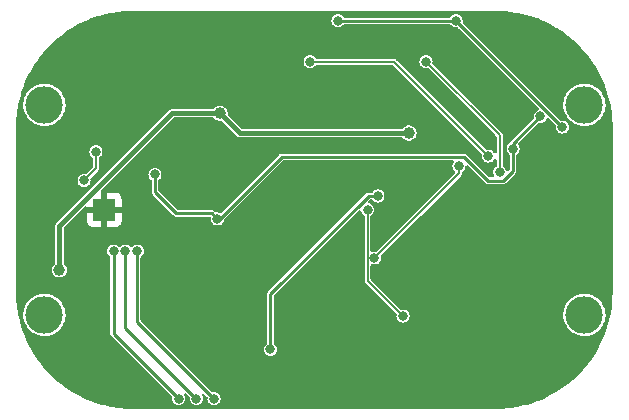
<source format=gbr>
%TF.GenerationSoftware,KiCad,Pcbnew,6.0.9*%
%TF.CreationDate,2022-11-20T22:09:46-05:00*%
%TF.ProjectId,biym-board,6269796d-2d62-46f6-9172-642e6b696361,1.2*%
%TF.SameCoordinates,Original*%
%TF.FileFunction,Copper,L2,Bot*%
%TF.FilePolarity,Positive*%
%FSLAX46Y46*%
G04 Gerber Fmt 4.6, Leading zero omitted, Abs format (unit mm)*
G04 Created by KiCad (PCBNEW 6.0.9) date 2022-11-20 22:09:46*
%MOMM*%
%LPD*%
G01*
G04 APERTURE LIST*
G04 Aperture macros list*
%AMRoundRect*
0 Rectangle with rounded corners*
0 $1 Rounding radius*
0 $2 $3 $4 $5 $6 $7 $8 $9 X,Y pos of 4 corners*
0 Add a 4 corners polygon primitive as box body*
4,1,4,$2,$3,$4,$5,$6,$7,$8,$9,$2,$3,0*
0 Add four circle primitives for the rounded corners*
1,1,$1+$1,$2,$3*
1,1,$1+$1,$4,$5*
1,1,$1+$1,$6,$7*
1,1,$1+$1,$8,$9*
0 Add four rect primitives between the rounded corners*
20,1,$1+$1,$2,$3,$4,$5,0*
20,1,$1+$1,$4,$5,$6,$7,0*
20,1,$1+$1,$6,$7,$8,$9,0*
20,1,$1+$1,$8,$9,$2,$3,0*%
G04 Aperture macros list end*
%TA.AperFunction,ComponentPad*%
%ADD10C,3.175000*%
%TD*%
%TA.AperFunction,ComponentPad*%
%ADD11C,0.500000*%
%TD*%
%TA.AperFunction,SMDPad,CuDef*%
%ADD12RoundRect,0.050000X-0.900000X-0.900000X0.900000X-0.900000X0.900000X0.900000X-0.900000X0.900000X0*%
%TD*%
%TA.AperFunction,ViaPad*%
%ADD13C,0.800000*%
%TD*%
%TA.AperFunction,ViaPad*%
%ADD14C,1.000000*%
%TD*%
%TA.AperFunction,Conductor*%
%ADD15C,0.250000*%
%TD*%
%TA.AperFunction,Conductor*%
%ADD16C,0.200000*%
%TD*%
%TA.AperFunction,Conductor*%
%ADD17C,0.400000*%
%TD*%
G04 APERTURE END LIST*
D10*
%TO.P,FW1,*%
%TO.N,*%
X162860000Y-91110000D03*
X117140000Y-91110000D03*
X162860000Y-108890000D03*
X117140000Y-108890000D03*
%TD*%
D11*
%TO.P,U1,25,PAD*%
%TO.N,/GND*%
X121520000Y-100000000D03*
X122220000Y-100000000D03*
X122920000Y-100000000D03*
X122220000Y-100700000D03*
D12*
X122220000Y-100000000D03*
D11*
X122220000Y-99300000D03*
%TD*%
D13*
%TO.N,/VDIGITAL*%
X131778600Y-100770000D03*
X126500000Y-97000000D03*
X156828700Y-94828600D03*
X159134700Y-92085000D03*
%TO.N,/MOSI*%
X144500000Y-100000000D03*
X147500000Y-109000000D03*
%TO.N,/VSERVO*%
X142000000Y-84000000D03*
X161000000Y-93000000D03*
X152000000Y-84000000D03*
%TO.N,/VLED*%
X145376300Y-98831600D03*
X136278300Y-111818500D03*
%TO.N,/~{DRIVER_SLEEP}*%
X120500000Y-97500000D03*
X121500000Y-95074500D03*
%TO.N,/ENABLE_LED_POWER*%
X152243600Y-96287500D03*
X145081800Y-104075800D03*
D14*
%TO.N,/VBATTERY*%
X118410000Y-105080000D03*
X148000000Y-93500000D03*
X132000000Y-91825500D03*
D13*
%TO.N,/driver/MOTOR_A*%
X128500000Y-116000000D03*
X123000000Y-103500000D03*
%TO.N,/driver/MOTOR_B*%
X124000000Y-103500000D03*
X130000000Y-116000000D03*
%TO.N,/driver/MOTOR_C*%
X125000000Y-103500000D03*
X131500000Y-116000000D03*
%TO.N,/servo/TRANSLATED_SIGNAL_0*%
X149446400Y-87453600D03*
X155693500Y-96800000D03*
%TO.N,/servo/TRANSLATED_SIGNAL_1*%
X139635500Y-87450200D03*
X154736600Y-95458600D03*
%TD*%
D15*
%TO.N,/VDIGITAL*%
X131301400Y-100292800D02*
X131778600Y-100770000D01*
X152662000Y-95510300D02*
X154682400Y-97530700D01*
X137229300Y-95510300D02*
X152662000Y-95510300D01*
X154682400Y-97530700D02*
X156007900Y-97530700D01*
X156007900Y-97530700D02*
X156828700Y-96709900D01*
X156828700Y-96709900D02*
X156828700Y-94828600D01*
X156828700Y-94391000D02*
X156828700Y-94828600D01*
X131969600Y-100770000D02*
X137229300Y-95510300D01*
X126500000Y-97000000D02*
X126500000Y-98508400D01*
X131778600Y-100770000D02*
X131969600Y-100770000D01*
X159134700Y-92085000D02*
X156828700Y-94391000D01*
X128284400Y-100292800D02*
X131301400Y-100292800D01*
X126500000Y-98508400D02*
X128284400Y-100292800D01*
%TO.N,/GND*%
X122220000Y-99300000D02*
X122220000Y-100000000D01*
X122220000Y-100700000D02*
X122220000Y-100000000D01*
D16*
%TO.N,/MOSI*%
X147500000Y-109000000D02*
X144500000Y-106000000D01*
X144500000Y-106000000D02*
X144500000Y-100000000D01*
D15*
%TO.N,/VSERVO*%
X161000000Y-93000000D02*
X152000000Y-84000000D01*
X152000000Y-84000000D02*
X142000000Y-84000000D01*
%TO.N,/VLED*%
X136278300Y-111818500D02*
X136278300Y-107135900D01*
X144582600Y-98831600D02*
X145376300Y-98831600D01*
X136278300Y-107135900D02*
X144582600Y-98831600D01*
D16*
%TO.N,/~{DRIVER_SLEEP}*%
X121500000Y-96500000D02*
X121500000Y-95074500D01*
X120500000Y-97500000D02*
X121500000Y-96500000D01*
%TO.N,/ENABLE_LED_POWER*%
X145081800Y-104075800D02*
X152243600Y-96914000D01*
X152243600Y-96914000D02*
X152243600Y-96287500D01*
D17*
%TO.N,/VBATTERY*%
X127956200Y-91825500D02*
X132000000Y-91825500D01*
X118410000Y-105080000D02*
X118410000Y-101371700D01*
X133674000Y-93500000D02*
X132000000Y-91825500D01*
X118410000Y-101371700D02*
X127956200Y-91825500D01*
X148000000Y-93500000D02*
X133674000Y-93500000D01*
D15*
%TO.N,/driver/MOTOR_A*%
X123000000Y-103500000D02*
X123000000Y-110500000D01*
X123000000Y-110500000D02*
X128500000Y-116000000D01*
%TO.N,/driver/MOTOR_B*%
X124000000Y-103500000D02*
X124000000Y-110000000D01*
X124000000Y-110000000D02*
X130000000Y-116000000D01*
%TO.N,/driver/MOTOR_C*%
X125000000Y-103500000D02*
X125000000Y-109500000D01*
X125000000Y-109500000D02*
X131500000Y-116000000D01*
D16*
%TO.N,/servo/TRANSLATED_SIGNAL_0*%
X149446400Y-87453600D02*
X155693500Y-93700700D01*
X155693500Y-93700700D02*
X155693500Y-96800000D01*
%TO.N,/servo/TRANSLATED_SIGNAL_1*%
X154736600Y-95458600D02*
X146728200Y-87450200D01*
X146728200Y-87450200D02*
X139635500Y-87450200D01*
%TD*%
%TA.AperFunction,Conductor*%
%TO.N,/GND*%
G36*
X155371315Y-83151516D02*
G01*
X155383978Y-83151516D01*
X155400000Y-83155809D01*
X155416022Y-83151516D01*
X155431705Y-83151516D01*
X155435511Y-83151573D01*
X155990908Y-83168355D01*
X155998490Y-83168815D01*
X156290962Y-83195392D01*
X156583427Y-83221969D01*
X156590983Y-83222886D01*
X157171660Y-83311264D01*
X157179146Y-83312636D01*
X157753426Y-83435912D01*
X157760816Y-83437734D01*
X157865193Y-83466831D01*
X158326597Y-83595457D01*
X158333832Y-83597711D01*
X158889099Y-83789322D01*
X158896189Y-83792011D01*
X159191350Y-83914270D01*
X159438845Y-84016786D01*
X159445786Y-84019910D01*
X159973869Y-84277035D01*
X159980608Y-84280572D01*
X160492204Y-84569113D01*
X160498717Y-84573050D01*
X160509340Y-84579918D01*
X160991964Y-84891957D01*
X160998220Y-84896276D01*
X161471302Y-85244376D01*
X161477294Y-85249070D01*
X161928501Y-85625105D01*
X161934198Y-85630152D01*
X162135066Y-85819237D01*
X162361886Y-86032752D01*
X162367248Y-86038114D01*
X162578885Y-86262938D01*
X162769848Y-86465802D01*
X162774895Y-86471499D01*
X162996278Y-86737138D01*
X163146400Y-86917270D01*
X163150930Y-86922706D01*
X163155619Y-86928691D01*
X163421857Y-87290519D01*
X163503724Y-87401780D01*
X163508043Y-87408036D01*
X163612504Y-87569604D01*
X163826950Y-87901283D01*
X163830887Y-87907796D01*
X164119428Y-88419392D01*
X164122965Y-88426131D01*
X164380090Y-88954214D01*
X164383214Y-88961155D01*
X164585539Y-89449610D01*
X164607984Y-89503798D01*
X164610678Y-89510901D01*
X164802289Y-90066168D01*
X164804543Y-90073403D01*
X164879543Y-90342442D01*
X164962266Y-90639184D01*
X164964088Y-90646574D01*
X165087364Y-91220854D01*
X165088736Y-91228340D01*
X165177114Y-91809017D01*
X165178031Y-91816573D01*
X165191926Y-91969483D01*
X165228248Y-92369178D01*
X165231185Y-92401503D01*
X165231645Y-92409092D01*
X165240913Y-92715822D01*
X165248427Y-92964489D01*
X165248484Y-92968295D01*
X165248484Y-92983978D01*
X165244191Y-93000000D01*
X165248484Y-93016022D01*
X165248484Y-93028685D01*
X165249500Y-93036402D01*
X165249500Y-106963598D01*
X165248484Y-106971315D01*
X165248484Y-106983978D01*
X165244191Y-107000000D01*
X165248484Y-107016022D01*
X165248484Y-107031705D01*
X165248427Y-107035511D01*
X165234399Y-107499771D01*
X165231645Y-107590900D01*
X165231185Y-107598490D01*
X165226681Y-107648061D01*
X165178031Y-108183427D01*
X165177114Y-108190983D01*
X165088736Y-108771660D01*
X165087364Y-108779146D01*
X164964088Y-109353426D01*
X164962266Y-109360816D01*
X164958714Y-109373557D01*
X164804543Y-109926597D01*
X164802289Y-109933832D01*
X164610683Y-110489086D01*
X164607989Y-110496189D01*
X164520626Y-110707102D01*
X164383214Y-111038845D01*
X164380090Y-111045786D01*
X164122965Y-111573869D01*
X164119428Y-111580608D01*
X163830887Y-112092204D01*
X163826950Y-112098717D01*
X163508048Y-112591956D01*
X163503724Y-112598220D01*
X163155624Y-113071302D01*
X163150930Y-113077294D01*
X162774895Y-113528501D01*
X162769848Y-113534198D01*
X162581673Y-113734099D01*
X162367248Y-113961886D01*
X162361886Y-113967248D01*
X162137062Y-114178885D01*
X161934198Y-114369848D01*
X161928501Y-114374895D01*
X161477294Y-114750930D01*
X161471302Y-114755624D01*
X160998220Y-115103724D01*
X160991964Y-115108043D01*
X160745336Y-115267499D01*
X160498717Y-115426950D01*
X160492204Y-115430887D01*
X159980608Y-115719428D01*
X159973869Y-115722965D01*
X159445786Y-115980090D01*
X159438845Y-115983214D01*
X159191350Y-116085730D01*
X158896189Y-116207989D01*
X158889099Y-116210678D01*
X158333832Y-116402289D01*
X158326597Y-116404543D01*
X157939377Y-116512489D01*
X157760816Y-116562266D01*
X157753426Y-116564088D01*
X157179146Y-116687364D01*
X157171660Y-116688736D01*
X156590983Y-116777114D01*
X156583427Y-116778031D01*
X156290962Y-116804608D01*
X155998490Y-116831185D01*
X155990908Y-116831645D01*
X155450082Y-116847987D01*
X155435511Y-116848427D01*
X155431705Y-116848484D01*
X155416022Y-116848484D01*
X155400000Y-116844191D01*
X155383978Y-116848484D01*
X155371315Y-116848484D01*
X155363598Y-116849500D01*
X124636402Y-116849500D01*
X124628685Y-116848484D01*
X124616022Y-116848484D01*
X124600000Y-116844191D01*
X124583978Y-116848484D01*
X124568295Y-116848484D01*
X124564489Y-116848427D01*
X124549918Y-116847987D01*
X124009092Y-116831645D01*
X124001510Y-116831185D01*
X123709038Y-116804608D01*
X123416573Y-116778031D01*
X123409017Y-116777114D01*
X122828340Y-116688736D01*
X122820854Y-116687364D01*
X122246574Y-116564088D01*
X122239184Y-116562266D01*
X122060623Y-116512489D01*
X121673403Y-116404543D01*
X121666168Y-116402289D01*
X121110901Y-116210678D01*
X121103811Y-116207989D01*
X120808650Y-116085730D01*
X120561155Y-115983214D01*
X120554214Y-115980090D01*
X120026131Y-115722965D01*
X120019392Y-115719428D01*
X119507796Y-115430887D01*
X119501283Y-115426950D01*
X119254664Y-115267499D01*
X119008036Y-115108043D01*
X119001780Y-115103724D01*
X118528698Y-114755624D01*
X118522706Y-114750930D01*
X118071499Y-114374895D01*
X118065802Y-114369848D01*
X117862938Y-114178885D01*
X117638114Y-113967248D01*
X117632752Y-113961886D01*
X117418327Y-113734099D01*
X117230152Y-113534198D01*
X117225105Y-113528501D01*
X116849070Y-113077294D01*
X116844376Y-113071302D01*
X116496276Y-112598220D01*
X116491952Y-112591956D01*
X116173050Y-112098717D01*
X116169113Y-112092204D01*
X115880572Y-111580608D01*
X115877035Y-111573869D01*
X115619910Y-111045786D01*
X115616786Y-111038845D01*
X115479374Y-110707102D01*
X115392011Y-110496189D01*
X115389317Y-110489086D01*
X115197711Y-109933832D01*
X115195457Y-109926597D01*
X115041286Y-109373557D01*
X115037734Y-109360816D01*
X115035912Y-109353426D01*
X114926357Y-108843064D01*
X115347600Y-108843064D01*
X115347824Y-108847730D01*
X115347824Y-108847736D01*
X115350006Y-108893160D01*
X115360351Y-109108513D01*
X115412197Y-109369162D01*
X115502000Y-109619284D01*
X115627787Y-109853386D01*
X115630582Y-109857129D01*
X115630584Y-109857132D01*
X115784003Y-110062585D01*
X115784008Y-110062591D01*
X115786795Y-110066323D01*
X115790104Y-110069603D01*
X115790109Y-110069609D01*
X115927210Y-110205518D01*
X115975531Y-110253419D01*
X115979293Y-110256177D01*
X115979296Y-110256180D01*
X116085012Y-110333694D01*
X116189847Y-110410562D01*
X116193982Y-110412738D01*
X116193986Y-110412740D01*
X116284681Y-110460457D01*
X116425037Y-110534302D01*
X116675934Y-110621919D01*
X116680527Y-110622791D01*
X116932436Y-110670617D01*
X116932439Y-110670617D01*
X116937025Y-110671488D01*
X117069800Y-110676705D01*
X117197907Y-110681739D01*
X117197913Y-110681739D01*
X117202575Y-110681922D01*
X117297847Y-110671488D01*
X117462098Y-110653500D01*
X117462103Y-110653499D01*
X117466751Y-110652990D01*
X117471275Y-110651799D01*
X117719225Y-110586519D01*
X117719227Y-110586518D01*
X117723748Y-110585328D01*
X117728045Y-110583482D01*
X117963628Y-110482268D01*
X117963630Y-110482267D01*
X117967922Y-110480423D01*
X118120695Y-110385884D01*
X118189934Y-110343038D01*
X118189938Y-110343035D01*
X118193907Y-110340579D01*
X118293603Y-110256180D01*
X118393174Y-110171887D01*
X118393175Y-110171886D01*
X118396740Y-110168868D01*
X118555508Y-109987829D01*
X118568889Y-109972571D01*
X118568892Y-109972567D01*
X118571965Y-109969063D01*
X118643961Y-109857132D01*
X118713203Y-109749483D01*
X118713206Y-109749478D01*
X118715731Y-109745552D01*
X118824882Y-109503247D01*
X118857982Y-109385884D01*
X118895749Y-109251973D01*
X118895750Y-109251970D01*
X118897019Y-109247469D01*
X118914113Y-109113103D01*
X118930159Y-108986970D01*
X118930159Y-108986964D01*
X118930557Y-108983839D01*
X118933014Y-108890000D01*
X118913319Y-108624976D01*
X118854668Y-108365773D01*
X118758348Y-108118088D01*
X118756030Y-108114032D01*
X118628795Y-107891416D01*
X118628793Y-107891414D01*
X118626476Y-107887359D01*
X118461949Y-107678657D01*
X118268380Y-107496566D01*
X118050023Y-107345087D01*
X117928442Y-107285130D01*
X117815861Y-107229610D01*
X117815857Y-107229609D01*
X117811675Y-107227546D01*
X117558571Y-107146527D01*
X117415238Y-107123184D01*
X117300883Y-107104560D01*
X117300882Y-107104560D01*
X117296271Y-107103809D01*
X117159681Y-107102021D01*
X117035215Y-107100391D01*
X117035212Y-107100391D01*
X117030539Y-107100330D01*
X116877113Y-107121211D01*
X116771845Y-107135537D01*
X116771841Y-107135538D01*
X116767211Y-107136168D01*
X116512073Y-107210534D01*
X116270730Y-107321795D01*
X116266825Y-107324355D01*
X116266820Y-107324358D01*
X116231146Y-107347747D01*
X116048482Y-107467506D01*
X115850214Y-107644468D01*
X115680279Y-107848791D01*
X115542413Y-108075989D01*
X115540604Y-108080303D01*
X115540603Y-108080305D01*
X115480319Y-108224066D01*
X115439642Y-108321068D01*
X115374226Y-108578646D01*
X115347600Y-108843064D01*
X114926357Y-108843064D01*
X114912636Y-108779146D01*
X114911264Y-108771660D01*
X114822886Y-108190983D01*
X114821969Y-108183427D01*
X114773319Y-107648061D01*
X114768815Y-107598490D01*
X114768355Y-107590900D01*
X114765602Y-107499771D01*
X114751573Y-107035511D01*
X114751516Y-107031705D01*
X114751516Y-107016022D01*
X114755809Y-107000000D01*
X114751516Y-106983978D01*
X114751516Y-106971315D01*
X114750500Y-106963598D01*
X114750500Y-105073138D01*
X117754758Y-105073138D01*
X117772035Y-105229633D01*
X117826143Y-105377490D01*
X117830380Y-105383796D01*
X117830382Y-105383799D01*
X117870709Y-105443811D01*
X117913958Y-105508172D01*
X118030410Y-105614135D01*
X118037085Y-105617759D01*
X118162099Y-105685637D01*
X118162101Y-105685638D01*
X118168776Y-105689262D01*
X118176125Y-105691190D01*
X118313719Y-105727287D01*
X118313721Y-105727287D01*
X118321069Y-105729215D01*
X118404380Y-105730524D01*
X118470898Y-105731569D01*
X118470901Y-105731569D01*
X118478495Y-105731688D01*
X118631968Y-105696538D01*
X118772625Y-105625795D01*
X118798869Y-105603381D01*
X118886574Y-105528474D01*
X118886576Y-105528471D01*
X118892348Y-105523542D01*
X118984224Y-105395683D01*
X119042950Y-105249598D01*
X119065134Y-105093723D01*
X119065278Y-105080000D01*
X119046363Y-104923694D01*
X118990710Y-104776412D01*
X118901531Y-104646657D01*
X118802680Y-104558584D01*
X118765125Y-104498335D01*
X118760500Y-104464509D01*
X118760500Y-103500000D01*
X122444750Y-103500000D01*
X122463670Y-103643709D01*
X122519139Y-103777625D01*
X122607379Y-103892621D01*
X122613929Y-103897647D01*
X122675204Y-103944665D01*
X122717071Y-104002003D01*
X122724500Y-104044627D01*
X122724500Y-110460457D01*
X122722079Y-110485039D01*
X122719103Y-110500000D01*
X122724500Y-110527132D01*
X122724500Y-110527133D01*
X122740485Y-110607495D01*
X122801376Y-110698624D01*
X122811692Y-110705517D01*
X122811693Y-110705518D01*
X122814064Y-110707102D01*
X122833156Y-110722772D01*
X127920082Y-115809698D01*
X127954108Y-115872010D01*
X127955909Y-115915239D01*
X127944750Y-116000000D01*
X127963670Y-116143709D01*
X128019139Y-116277625D01*
X128107379Y-116392621D01*
X128222375Y-116480861D01*
X128356291Y-116536330D01*
X128500000Y-116555250D01*
X128643709Y-116536330D01*
X128777625Y-116480861D01*
X128892621Y-116392621D01*
X128980861Y-116277625D01*
X129036330Y-116143709D01*
X129055250Y-116000000D01*
X129036330Y-115856291D01*
X128980861Y-115722375D01*
X128975832Y-115715822D01*
X128975746Y-115715672D01*
X128959007Y-115646677D01*
X128982226Y-115579585D01*
X129038033Y-115535696D01*
X129108708Y-115528947D01*
X129173959Y-115563575D01*
X129420082Y-115809698D01*
X129454108Y-115872010D01*
X129455909Y-115915239D01*
X129444750Y-116000000D01*
X129463670Y-116143709D01*
X129519139Y-116277625D01*
X129607379Y-116392621D01*
X129722375Y-116480861D01*
X129856291Y-116536330D01*
X130000000Y-116555250D01*
X130143709Y-116536330D01*
X130277625Y-116480861D01*
X130392621Y-116392621D01*
X130480861Y-116277625D01*
X130536330Y-116143709D01*
X130555250Y-116000000D01*
X130536330Y-115856291D01*
X130480861Y-115722375D01*
X130475832Y-115715822D01*
X130475746Y-115715672D01*
X130459007Y-115646677D01*
X130482226Y-115579585D01*
X130538033Y-115535696D01*
X130608708Y-115528947D01*
X130673959Y-115563575D01*
X130920082Y-115809698D01*
X130954108Y-115872010D01*
X130955909Y-115915239D01*
X130944750Y-116000000D01*
X130963670Y-116143709D01*
X131019139Y-116277625D01*
X131107379Y-116392621D01*
X131222375Y-116480861D01*
X131356291Y-116536330D01*
X131500000Y-116555250D01*
X131643709Y-116536330D01*
X131777625Y-116480861D01*
X131892621Y-116392621D01*
X131980861Y-116277625D01*
X132036330Y-116143709D01*
X132055250Y-116000000D01*
X132036330Y-115856291D01*
X131980861Y-115722375D01*
X131892621Y-115607379D01*
X131777625Y-115519139D01*
X131643709Y-115463670D01*
X131500000Y-115444750D01*
X131491812Y-115445828D01*
X131491811Y-115445828D01*
X131415239Y-115455909D01*
X131345091Y-115444970D01*
X131309698Y-115420082D01*
X125312405Y-109422789D01*
X125278379Y-109360477D01*
X125275500Y-109333694D01*
X125275500Y-104044627D01*
X125295502Y-103976506D01*
X125324796Y-103944665D01*
X125386071Y-103897647D01*
X125392621Y-103892621D01*
X125480861Y-103777625D01*
X125536330Y-103643709D01*
X125555250Y-103500000D01*
X125536330Y-103356291D01*
X125480861Y-103222375D01*
X125392621Y-103107379D01*
X125277625Y-103019139D01*
X125143709Y-102963670D01*
X125000000Y-102944750D01*
X124856291Y-102963670D01*
X124722375Y-103019139D01*
X124607379Y-103107379D01*
X124602353Y-103113929D01*
X124599962Y-103117045D01*
X124597275Y-103119007D01*
X124596512Y-103119770D01*
X124596393Y-103119651D01*
X124542624Y-103158912D01*
X124471753Y-103163134D01*
X124409851Y-103128370D01*
X124400038Y-103117045D01*
X124397647Y-103113929D01*
X124392621Y-103107379D01*
X124277625Y-103019139D01*
X124143709Y-102963670D01*
X124000000Y-102944750D01*
X123856291Y-102963670D01*
X123722375Y-103019139D01*
X123607379Y-103107379D01*
X123602353Y-103113929D01*
X123599962Y-103117045D01*
X123597275Y-103119007D01*
X123596512Y-103119770D01*
X123596393Y-103119651D01*
X123542624Y-103158912D01*
X123471753Y-103163134D01*
X123409851Y-103128370D01*
X123400038Y-103117045D01*
X123397647Y-103113929D01*
X123392621Y-103107379D01*
X123277625Y-103019139D01*
X123143709Y-102963670D01*
X123000000Y-102944750D01*
X122856291Y-102963670D01*
X122722375Y-103019139D01*
X122607379Y-103107379D01*
X122519139Y-103222375D01*
X122463670Y-103356291D01*
X122444750Y-103500000D01*
X118760500Y-103500000D01*
X118760500Y-101569072D01*
X118780502Y-101500951D01*
X118797405Y-101479977D01*
X119337828Y-100939554D01*
X120762001Y-100939554D01*
X120762456Y-100947111D01*
X120772041Y-101026320D01*
X120775992Y-101041878D01*
X120826128Y-101168508D01*
X120834490Y-101183348D01*
X120916533Y-101291435D01*
X120928565Y-101303467D01*
X121036652Y-101385510D01*
X121051492Y-101393872D01*
X121178123Y-101444008D01*
X121193681Y-101447959D01*
X121272886Y-101457544D01*
X121280440Y-101458000D01*
X121947885Y-101458000D01*
X121963124Y-101453525D01*
X121964329Y-101452135D01*
X121966000Y-101444452D01*
X121966000Y-101439884D01*
X122474000Y-101439884D01*
X122478475Y-101455123D01*
X122479865Y-101456328D01*
X122487548Y-101457999D01*
X123159554Y-101457999D01*
X123167111Y-101457544D01*
X123246320Y-101447959D01*
X123261878Y-101444008D01*
X123388508Y-101393872D01*
X123403348Y-101385510D01*
X123511435Y-101303467D01*
X123523467Y-101291435D01*
X123605510Y-101183348D01*
X123613872Y-101168508D01*
X123664008Y-101041877D01*
X123667959Y-101026319D01*
X123677544Y-100947114D01*
X123678000Y-100939560D01*
X123678000Y-100272115D01*
X123673525Y-100256876D01*
X123672135Y-100255671D01*
X123664452Y-100254000D01*
X123037668Y-100254000D01*
X123012023Y-100261530D01*
X122486812Y-100786741D01*
X122474000Y-100810203D01*
X122474000Y-101439884D01*
X121966000Y-101439884D01*
X121966000Y-100817668D01*
X121958470Y-100792023D01*
X121433259Y-100266812D01*
X121409797Y-100254000D01*
X120780116Y-100254000D01*
X120764877Y-100258475D01*
X120763672Y-100259865D01*
X120762001Y-100267548D01*
X120762001Y-100939554D01*
X119337828Y-100939554D01*
X120563604Y-99713778D01*
X120625916Y-99679752D01*
X120696731Y-99684817D01*
X120753567Y-99727364D01*
X120757612Y-99735444D01*
X120767865Y-99744329D01*
X120775548Y-99746000D01*
X121402332Y-99746000D01*
X121427977Y-99738470D01*
X121953188Y-99213259D01*
X121966000Y-99189797D01*
X121966000Y-99182332D01*
X122474000Y-99182332D01*
X122481530Y-99207977D01*
X123006741Y-99733188D01*
X123030203Y-99746000D01*
X123659884Y-99746000D01*
X123675123Y-99741525D01*
X123676328Y-99740135D01*
X123677999Y-99732452D01*
X123677999Y-99060446D01*
X123677544Y-99052889D01*
X123667959Y-98973680D01*
X123664008Y-98958122D01*
X123613872Y-98831492D01*
X123605510Y-98816652D01*
X123523467Y-98708565D01*
X123511435Y-98696533D01*
X123403348Y-98614490D01*
X123388508Y-98606128D01*
X123261877Y-98555992D01*
X123246319Y-98552041D01*
X123167114Y-98542456D01*
X123159560Y-98542000D01*
X122492115Y-98542000D01*
X122476876Y-98546475D01*
X122475671Y-98547865D01*
X122474000Y-98555548D01*
X122474000Y-99182332D01*
X121966000Y-99182332D01*
X121966000Y-98560116D01*
X121961525Y-98544876D01*
X121941103Y-98527180D01*
X121902720Y-98467453D01*
X121902720Y-98396457D01*
X121934521Y-98342861D01*
X123277382Y-97000000D01*
X125944750Y-97000000D01*
X125963670Y-97143709D01*
X126019139Y-97277625D01*
X126107379Y-97392621D01*
X126113929Y-97397647D01*
X126175204Y-97444665D01*
X126217071Y-97502003D01*
X126224500Y-97544627D01*
X126224500Y-98468857D01*
X126222079Y-98493439D01*
X126219103Y-98508400D01*
X126224500Y-98535532D01*
X126224500Y-98535533D01*
X126240485Y-98615895D01*
X126301376Y-98707024D01*
X126311692Y-98713917D01*
X126311693Y-98713918D01*
X126314064Y-98715502D01*
X126333156Y-98731172D01*
X128061629Y-100459645D01*
X128077296Y-100478734D01*
X128085776Y-100491424D01*
X128108777Y-100506793D01*
X128108778Y-100506794D01*
X128128725Y-100520122D01*
X128176905Y-100552315D01*
X128189074Y-100554736D01*
X128189075Y-100554736D01*
X128257267Y-100568300D01*
X128272228Y-100571276D01*
X128272229Y-100571276D01*
X128284400Y-100573697D01*
X128296571Y-100571276D01*
X128296573Y-100571276D01*
X128299363Y-100570721D01*
X128323943Y-100568300D01*
X131106229Y-100568300D01*
X131174350Y-100588302D01*
X131220843Y-100641958D01*
X131231151Y-100710747D01*
X131223350Y-100770000D01*
X131242270Y-100913709D01*
X131297739Y-101047625D01*
X131385979Y-101162621D01*
X131500975Y-101250861D01*
X131634891Y-101306330D01*
X131778600Y-101325250D01*
X131922309Y-101306330D01*
X132056225Y-101250861D01*
X132171221Y-101162621D01*
X132259461Y-101047625D01*
X132268286Y-101026319D01*
X132311770Y-100921339D01*
X132311771Y-100921336D01*
X132314930Y-100913709D01*
X132324421Y-100841616D01*
X132353143Y-100776690D01*
X132360248Y-100768968D01*
X137306511Y-95822705D01*
X137368823Y-95788679D01*
X137395606Y-95785800D01*
X151679176Y-95785800D01*
X151747297Y-95805802D01*
X151793790Y-95859458D01*
X151803894Y-95929732D01*
X151779137Y-95988505D01*
X151762739Y-96009875D01*
X151707270Y-96143791D01*
X151688350Y-96287500D01*
X151707270Y-96431209D01*
X151762739Y-96565125D01*
X151850979Y-96680121D01*
X151889788Y-96709900D01*
X151891035Y-96710857D01*
X151932902Y-96768196D01*
X151937123Y-96839067D01*
X151903425Y-96899914D01*
X145303345Y-103499995D01*
X145241033Y-103534021D01*
X145197804Y-103535822D01*
X145089989Y-103521628D01*
X145089988Y-103521628D01*
X145081800Y-103520550D01*
X144938091Y-103539470D01*
X144930459Y-103542631D01*
X144930460Y-103542631D01*
X144924716Y-103545010D01*
X144854126Y-103552598D01*
X144790640Y-103520817D01*
X144754413Y-103459758D01*
X144750500Y-103428600D01*
X144750500Y-100563811D01*
X144770502Y-100495690D01*
X144799795Y-100463849D01*
X144805274Y-100459645D01*
X144892621Y-100392621D01*
X144980861Y-100277625D01*
X145036330Y-100143709D01*
X145055250Y-100000000D01*
X145036330Y-99856291D01*
X144980861Y-99722375D01*
X144892621Y-99607379D01*
X144777625Y-99519139D01*
X144643709Y-99463670D01*
X144628776Y-99461704D01*
X144563849Y-99432981D01*
X144524758Y-99373715D01*
X144523914Y-99302724D01*
X144556129Y-99247687D01*
X144659811Y-99144005D01*
X144722123Y-99109979D01*
X144748906Y-99107100D01*
X144831673Y-99107100D01*
X144899794Y-99127102D01*
X144931634Y-99156395D01*
X144983679Y-99224221D01*
X145098675Y-99312461D01*
X145232591Y-99367930D01*
X145376300Y-99386850D01*
X145520009Y-99367930D01*
X145653925Y-99312461D01*
X145768921Y-99224221D01*
X145857161Y-99109225D01*
X145912630Y-98975309D01*
X145931550Y-98831600D01*
X145912630Y-98687891D01*
X145857161Y-98553975D01*
X145768921Y-98438979D01*
X145653925Y-98350739D01*
X145520009Y-98295270D01*
X145376300Y-98276350D01*
X145232591Y-98295270D01*
X145098675Y-98350739D01*
X144983679Y-98438979D01*
X144978653Y-98445529D01*
X144931635Y-98506804D01*
X144874297Y-98548671D01*
X144831673Y-98556100D01*
X144622143Y-98556100D01*
X144597563Y-98553679D01*
X144594773Y-98553124D01*
X144594771Y-98553124D01*
X144582600Y-98550703D01*
X144570429Y-98553124D01*
X144555468Y-98556100D01*
X144555467Y-98556100D01*
X144475105Y-98572085D01*
X144433135Y-98600129D01*
X144433135Y-98600128D01*
X144433132Y-98600131D01*
X144406978Y-98617606D01*
X144404411Y-98613765D01*
X144404410Y-98613766D01*
X144406977Y-98617607D01*
X144383976Y-98632976D01*
X144377085Y-98643289D01*
X144375498Y-98645664D01*
X144359828Y-98664756D01*
X136111456Y-106913128D01*
X136092364Y-106928798D01*
X136079676Y-106937276D01*
X136018785Y-107028405D01*
X136018785Y-107028406D01*
X135997403Y-107135900D01*
X135999824Y-107148071D01*
X136000379Y-107150861D01*
X136002800Y-107175443D01*
X136002800Y-111273873D01*
X135982798Y-111341994D01*
X135953505Y-111373834D01*
X135885679Y-111425879D01*
X135797439Y-111540875D01*
X135741970Y-111674791D01*
X135723050Y-111818500D01*
X135741970Y-111962209D01*
X135797439Y-112096125D01*
X135885679Y-112211121D01*
X136000675Y-112299361D01*
X136134591Y-112354830D01*
X136278300Y-112373750D01*
X136422009Y-112354830D01*
X136555925Y-112299361D01*
X136670921Y-112211121D01*
X136759161Y-112096125D01*
X136814630Y-111962209D01*
X136833550Y-111818500D01*
X136814630Y-111674791D01*
X136759161Y-111540875D01*
X136670921Y-111425879D01*
X136603096Y-111373834D01*
X136561229Y-111316497D01*
X136553800Y-111273873D01*
X136553800Y-107302206D01*
X136573802Y-107234085D01*
X136590705Y-107213111D01*
X143747687Y-100056129D01*
X143809999Y-100022103D01*
X143880814Y-100027168D01*
X143937650Y-100069715D01*
X143961704Y-100128776D01*
X143963670Y-100143709D01*
X144019139Y-100277625D01*
X144107379Y-100392621D01*
X144194726Y-100459645D01*
X144200205Y-100463849D01*
X144242072Y-100521187D01*
X144249500Y-100563811D01*
X144249500Y-105962915D01*
X144247079Y-105987496D01*
X144244592Y-106000000D01*
X144264034Y-106097741D01*
X144283943Y-106127536D01*
X144319399Y-106180601D01*
X144329714Y-106187493D01*
X144329716Y-106187495D01*
X144330005Y-106187688D01*
X144349098Y-106203358D01*
X146924195Y-108778456D01*
X146958221Y-108840768D01*
X146960022Y-108883997D01*
X146959232Y-108890000D01*
X146944750Y-109000000D01*
X146963670Y-109143709D01*
X147019139Y-109277625D01*
X147107379Y-109392621D01*
X147222375Y-109480861D01*
X147356291Y-109536330D01*
X147500000Y-109555250D01*
X147643709Y-109536330D01*
X147777625Y-109480861D01*
X147892621Y-109392621D01*
X147980861Y-109277625D01*
X148036330Y-109143709D01*
X148055250Y-109000000D01*
X148036330Y-108856291D01*
X148030851Y-108843064D01*
X161067600Y-108843064D01*
X161067824Y-108847730D01*
X161067824Y-108847736D01*
X161070006Y-108893160D01*
X161080351Y-109108513D01*
X161132197Y-109369162D01*
X161222000Y-109619284D01*
X161347787Y-109853386D01*
X161350582Y-109857129D01*
X161350584Y-109857132D01*
X161504003Y-110062585D01*
X161504008Y-110062591D01*
X161506795Y-110066323D01*
X161510104Y-110069603D01*
X161510109Y-110069609D01*
X161647210Y-110205518D01*
X161695531Y-110253419D01*
X161699293Y-110256177D01*
X161699296Y-110256180D01*
X161805012Y-110333694D01*
X161909847Y-110410562D01*
X161913982Y-110412738D01*
X161913986Y-110412740D01*
X162004681Y-110460457D01*
X162145037Y-110534302D01*
X162395934Y-110621919D01*
X162400527Y-110622791D01*
X162652436Y-110670617D01*
X162652439Y-110670617D01*
X162657025Y-110671488D01*
X162789800Y-110676705D01*
X162917907Y-110681739D01*
X162917913Y-110681739D01*
X162922575Y-110681922D01*
X163017847Y-110671488D01*
X163182098Y-110653500D01*
X163182103Y-110653499D01*
X163186751Y-110652990D01*
X163191275Y-110651799D01*
X163439225Y-110586519D01*
X163439227Y-110586518D01*
X163443748Y-110585328D01*
X163448045Y-110583482D01*
X163683628Y-110482268D01*
X163683630Y-110482267D01*
X163687922Y-110480423D01*
X163840695Y-110385884D01*
X163909934Y-110343038D01*
X163909938Y-110343035D01*
X163913907Y-110340579D01*
X164013603Y-110256180D01*
X164113174Y-110171887D01*
X164113175Y-110171886D01*
X164116740Y-110168868D01*
X164275508Y-109987829D01*
X164288889Y-109972571D01*
X164288892Y-109972567D01*
X164291965Y-109969063D01*
X164363961Y-109857132D01*
X164433203Y-109749483D01*
X164433206Y-109749478D01*
X164435731Y-109745552D01*
X164544882Y-109503247D01*
X164577982Y-109385884D01*
X164615749Y-109251973D01*
X164615750Y-109251970D01*
X164617019Y-109247469D01*
X164634113Y-109113103D01*
X164650159Y-108986970D01*
X164650159Y-108986964D01*
X164650557Y-108983839D01*
X164653014Y-108890000D01*
X164633319Y-108624976D01*
X164574668Y-108365773D01*
X164478348Y-108118088D01*
X164476030Y-108114032D01*
X164348795Y-107891416D01*
X164348793Y-107891414D01*
X164346476Y-107887359D01*
X164181949Y-107678657D01*
X163988380Y-107496566D01*
X163770023Y-107345087D01*
X163648442Y-107285130D01*
X163535861Y-107229610D01*
X163535857Y-107229609D01*
X163531675Y-107227546D01*
X163278571Y-107146527D01*
X163135238Y-107123184D01*
X163020883Y-107104560D01*
X163020882Y-107104560D01*
X163016271Y-107103809D01*
X162879681Y-107102021D01*
X162755215Y-107100391D01*
X162755212Y-107100391D01*
X162750539Y-107100330D01*
X162597113Y-107121211D01*
X162491845Y-107135537D01*
X162491841Y-107135538D01*
X162487211Y-107136168D01*
X162232073Y-107210534D01*
X161990730Y-107321795D01*
X161986825Y-107324355D01*
X161986820Y-107324358D01*
X161951146Y-107347747D01*
X161768482Y-107467506D01*
X161570214Y-107644468D01*
X161400279Y-107848791D01*
X161262413Y-108075989D01*
X161260604Y-108080303D01*
X161260603Y-108080305D01*
X161200319Y-108224066D01*
X161159642Y-108321068D01*
X161094226Y-108578646D01*
X161067600Y-108843064D01*
X148030851Y-108843064D01*
X147980861Y-108722375D01*
X147892621Y-108607379D01*
X147777625Y-108519139D01*
X147643709Y-108463670D01*
X147500000Y-108444750D01*
X147491812Y-108445828D01*
X147491811Y-108445828D01*
X147383997Y-108460022D01*
X147313849Y-108449083D01*
X147278456Y-108424195D01*
X144787405Y-105933145D01*
X144753380Y-105870833D01*
X144750500Y-105844050D01*
X144750500Y-104723000D01*
X144770502Y-104654879D01*
X144824158Y-104608386D01*
X144894432Y-104598282D01*
X144924716Y-104606590D01*
X144938091Y-104612130D01*
X145081800Y-104631050D01*
X145225509Y-104612130D01*
X145359425Y-104556661D01*
X145474421Y-104468421D01*
X145562661Y-104353425D01*
X145618130Y-104219509D01*
X145637050Y-104075800D01*
X145632946Y-104044627D01*
X145621778Y-103959796D01*
X145632717Y-103889647D01*
X145657605Y-103854255D01*
X149013546Y-100498315D01*
X152394505Y-97117356D01*
X152413598Y-97101686D01*
X152413884Y-97101495D01*
X152413886Y-97101493D01*
X152424201Y-97094601D01*
X152450389Y-97055408D01*
X152479566Y-97011740D01*
X152486894Y-96974905D01*
X152496588Y-96926170D01*
X152499009Y-96914000D01*
X152496521Y-96901492D01*
X152494100Y-96876910D01*
X152494100Y-96851311D01*
X152514102Y-96783190D01*
X152543395Y-96751349D01*
X152636221Y-96680121D01*
X152724461Y-96565125D01*
X152779930Y-96431209D01*
X152794670Y-96319251D01*
X152823393Y-96254324D01*
X152882658Y-96215233D01*
X152953650Y-96214388D01*
X153008687Y-96246603D01*
X154459628Y-97697544D01*
X154475298Y-97716636D01*
X154483776Y-97729324D01*
X154506777Y-97744693D01*
X154506778Y-97744694D01*
X154522813Y-97755408D01*
X154574905Y-97790215D01*
X154655267Y-97806200D01*
X154670228Y-97809176D01*
X154670229Y-97809176D01*
X154682400Y-97811597D01*
X154697361Y-97808621D01*
X154721943Y-97806200D01*
X155968357Y-97806200D01*
X155992939Y-97808621D01*
X156007900Y-97811597D01*
X156035032Y-97806200D01*
X156035033Y-97806200D01*
X156115395Y-97790215D01*
X156167487Y-97755408D01*
X156183522Y-97744694D01*
X156183523Y-97744693D01*
X156206524Y-97729324D01*
X156215002Y-97716636D01*
X156230669Y-97697547D01*
X156995543Y-96932672D01*
X157014636Y-96917002D01*
X157017007Y-96915418D01*
X157017008Y-96915417D01*
X157027324Y-96908524D01*
X157088215Y-96817395D01*
X157104200Y-96737033D01*
X157104200Y-96737029D01*
X157109596Y-96709900D01*
X157106621Y-96694943D01*
X157104200Y-96670363D01*
X157104200Y-95373227D01*
X157124202Y-95305106D01*
X157153496Y-95273265D01*
X157182793Y-95250785D01*
X157221321Y-95221221D01*
X157309561Y-95106225D01*
X157365030Y-94972309D01*
X157383950Y-94828600D01*
X157365030Y-94684891D01*
X157309561Y-94550975D01*
X157267754Y-94496491D01*
X157242154Y-94430273D01*
X157256418Y-94360724D01*
X157278622Y-94330694D01*
X158944398Y-92664918D01*
X159006710Y-92630892D01*
X159049939Y-92629091D01*
X159126511Y-92639172D01*
X159126512Y-92639172D01*
X159134700Y-92640250D01*
X159278409Y-92621330D01*
X159412325Y-92565861D01*
X159527321Y-92477621D01*
X159615561Y-92362625D01*
X159648091Y-92284089D01*
X159692638Y-92228808D01*
X159760001Y-92206386D01*
X159828793Y-92223943D01*
X159853595Y-92243211D01*
X160420082Y-92809698D01*
X160454108Y-92872010D01*
X160455909Y-92915239D01*
X160449618Y-92963025D01*
X160444750Y-93000000D01*
X160463670Y-93143709D01*
X160519139Y-93277625D01*
X160607379Y-93392621D01*
X160722375Y-93480861D01*
X160856291Y-93536330D01*
X161000000Y-93555250D01*
X161143709Y-93536330D01*
X161277625Y-93480861D01*
X161392621Y-93392621D01*
X161480861Y-93277625D01*
X161536330Y-93143709D01*
X161555250Y-93000000D01*
X161536330Y-92856291D01*
X161480861Y-92722375D01*
X161392621Y-92607379D01*
X161277625Y-92519139D01*
X161143709Y-92463670D01*
X161000000Y-92444750D01*
X160991812Y-92445828D01*
X160991811Y-92445828D01*
X160915239Y-92455909D01*
X160845091Y-92444970D01*
X160809698Y-92420082D01*
X159452680Y-91063064D01*
X161067600Y-91063064D01*
X161067824Y-91067730D01*
X161067824Y-91067736D01*
X161073644Y-91188897D01*
X161080351Y-91328513D01*
X161132197Y-91589162D01*
X161222000Y-91839284D01*
X161347787Y-92073386D01*
X161350582Y-92077129D01*
X161350584Y-92077132D01*
X161504003Y-92282585D01*
X161504008Y-92282591D01*
X161506795Y-92286323D01*
X161510104Y-92289603D01*
X161510109Y-92289609D01*
X161686584Y-92464550D01*
X161695531Y-92473419D01*
X161699293Y-92476177D01*
X161699296Y-92476180D01*
X161871375Y-92602353D01*
X161909847Y-92630562D01*
X161913982Y-92632738D01*
X161913986Y-92632740D01*
X162037951Y-92697961D01*
X162145037Y-92754302D01*
X162395934Y-92841919D01*
X162400527Y-92842791D01*
X162652436Y-92890617D01*
X162652439Y-92890617D01*
X162657025Y-92891488D01*
X162789800Y-92896705D01*
X162917907Y-92901739D01*
X162917913Y-92901739D01*
X162922575Y-92901922D01*
X163004512Y-92892948D01*
X163182098Y-92873500D01*
X163182103Y-92873499D01*
X163186751Y-92872990D01*
X163250178Y-92856291D01*
X163439225Y-92806519D01*
X163439227Y-92806518D01*
X163443748Y-92805328D01*
X163448045Y-92803482D01*
X163683628Y-92702268D01*
X163683630Y-92702267D01*
X163687922Y-92700423D01*
X163846401Y-92602353D01*
X163909934Y-92563038D01*
X163909938Y-92563035D01*
X163913907Y-92560579D01*
X163966591Y-92515979D01*
X164113174Y-92391887D01*
X164113175Y-92391886D01*
X164116740Y-92388868D01*
X164240834Y-92247367D01*
X164288889Y-92192571D01*
X164288892Y-92192567D01*
X164291965Y-92189063D01*
X164364167Y-92076812D01*
X164433203Y-91969483D01*
X164433206Y-91969478D01*
X164435731Y-91965552D01*
X164544882Y-91723247D01*
X164578474Y-91604139D01*
X164615749Y-91471973D01*
X164615750Y-91471970D01*
X164617019Y-91467469D01*
X164625804Y-91398417D01*
X164650159Y-91206970D01*
X164650159Y-91206964D01*
X164650557Y-91203839D01*
X164651254Y-91177240D01*
X164652931Y-91113160D01*
X164653014Y-91110000D01*
X164633319Y-90844976D01*
X164574668Y-90585773D01*
X164478348Y-90338088D01*
X164476030Y-90334032D01*
X164348795Y-90111416D01*
X164348793Y-90111414D01*
X164346476Y-90107359D01*
X164181949Y-89898657D01*
X163988380Y-89716566D01*
X163770023Y-89565087D01*
X163645742Y-89503798D01*
X163535861Y-89449610D01*
X163535857Y-89449609D01*
X163531675Y-89447546D01*
X163278571Y-89366527D01*
X163135238Y-89343184D01*
X163020883Y-89324560D01*
X163020882Y-89324560D01*
X163016271Y-89323809D01*
X162879681Y-89322021D01*
X162755215Y-89320391D01*
X162755212Y-89320391D01*
X162750539Y-89320330D01*
X162597113Y-89341211D01*
X162491845Y-89355537D01*
X162491841Y-89355538D01*
X162487211Y-89356168D01*
X162232073Y-89430534D01*
X161990730Y-89541795D01*
X161986825Y-89544355D01*
X161986820Y-89544358D01*
X161951146Y-89567747D01*
X161768482Y-89687506D01*
X161570214Y-89864468D01*
X161400279Y-90068791D01*
X161262413Y-90295989D01*
X161159642Y-90541068D01*
X161094226Y-90798646D01*
X161067600Y-91063064D01*
X159452680Y-91063064D01*
X152579918Y-84190302D01*
X152545892Y-84127990D01*
X152544091Y-84084761D01*
X152554172Y-84008189D01*
X152554172Y-84008188D01*
X152555250Y-84000000D01*
X152536330Y-83856291D01*
X152480861Y-83722375D01*
X152392621Y-83607379D01*
X152277625Y-83519139D01*
X152143709Y-83463670D01*
X152000000Y-83444750D01*
X151856291Y-83463670D01*
X151722375Y-83519139D01*
X151607379Y-83607379D01*
X151602353Y-83613929D01*
X151555335Y-83675204D01*
X151497997Y-83717071D01*
X151455373Y-83724500D01*
X142544627Y-83724500D01*
X142476506Y-83704498D01*
X142444665Y-83675204D01*
X142397647Y-83613929D01*
X142392621Y-83607379D01*
X142277625Y-83519139D01*
X142143709Y-83463670D01*
X142000000Y-83444750D01*
X141856291Y-83463670D01*
X141722375Y-83519139D01*
X141607379Y-83607379D01*
X141519139Y-83722375D01*
X141463670Y-83856291D01*
X141444750Y-84000000D01*
X141463670Y-84143709D01*
X141519139Y-84277625D01*
X141607379Y-84392621D01*
X141722375Y-84480861D01*
X141856291Y-84536330D01*
X142000000Y-84555250D01*
X142143709Y-84536330D01*
X142277625Y-84480861D01*
X142392621Y-84392621D01*
X142444666Y-84324796D01*
X142502003Y-84282929D01*
X142544627Y-84275500D01*
X151455373Y-84275500D01*
X151523494Y-84295502D01*
X151555334Y-84324795D01*
X151607379Y-84392621D01*
X151722375Y-84480861D01*
X151856291Y-84536330D01*
X152000000Y-84555250D01*
X152008188Y-84554172D01*
X152008189Y-84554172D01*
X152084761Y-84544091D01*
X152154909Y-84555030D01*
X152190302Y-84579918D01*
X158976489Y-91366105D01*
X159010515Y-91428417D01*
X159005450Y-91499232D01*
X158962903Y-91556068D01*
X158935612Y-91571608D01*
X158857075Y-91604139D01*
X158742079Y-91692379D01*
X158653839Y-91807375D01*
X158598370Y-91941291D01*
X158579450Y-92085000D01*
X158580528Y-92093188D01*
X158580528Y-92093189D01*
X158590609Y-92169761D01*
X158579670Y-92239909D01*
X158554782Y-92275302D01*
X156661856Y-94168228D01*
X156642764Y-94183898D01*
X156630076Y-94192376D01*
X156569185Y-94283505D01*
X156569185Y-94283506D01*
X156564729Y-94305907D01*
X156549456Y-94329213D01*
X156533716Y-94359305D01*
X156519748Y-94371777D01*
X156436079Y-94435979D01*
X156347839Y-94550975D01*
X156292370Y-94684891D01*
X156273450Y-94828600D01*
X156292370Y-94972309D01*
X156347839Y-95106225D01*
X156436079Y-95221221D01*
X156474608Y-95250785D01*
X156503904Y-95273265D01*
X156545771Y-95330603D01*
X156553200Y-95373227D01*
X156553200Y-96543595D01*
X156533198Y-96611716D01*
X156516295Y-96632690D01*
X156438817Y-96710168D01*
X156376505Y-96744194D01*
X156305690Y-96739129D01*
X156248854Y-96696582D01*
X156230033Y-96657836D01*
X156229830Y-96656291D01*
X156207489Y-96602353D01*
X156177521Y-96530004D01*
X156174361Y-96522375D01*
X156086121Y-96407379D01*
X155993295Y-96336150D01*
X155951428Y-96278813D01*
X155944000Y-96236189D01*
X155944000Y-93737790D01*
X155946421Y-93713207D01*
X155946488Y-93712870D01*
X155948909Y-93700700D01*
X155929466Y-93602960D01*
X155888078Y-93541017D01*
X155888077Y-93541016D01*
X155874101Y-93520099D01*
X155863786Y-93513207D01*
X155863784Y-93513205D01*
X155863498Y-93513014D01*
X155844405Y-93497344D01*
X152937391Y-90590330D01*
X150022205Y-87675145D01*
X149988179Y-87612833D01*
X149986378Y-87569604D01*
X150000572Y-87461789D01*
X150000572Y-87461788D01*
X150001650Y-87453600D01*
X149982730Y-87309891D01*
X149927261Y-87175975D01*
X149839021Y-87060979D01*
X149724025Y-86972739D01*
X149590109Y-86917270D01*
X149446400Y-86898350D01*
X149302691Y-86917270D01*
X149168775Y-86972739D01*
X149053779Y-87060979D01*
X148965539Y-87175975D01*
X148910070Y-87309891D01*
X148891150Y-87453600D01*
X148910070Y-87597309D01*
X148965539Y-87731225D01*
X149053779Y-87846221D01*
X149168775Y-87934461D01*
X149302691Y-87989930D01*
X149446400Y-88008850D01*
X149454588Y-88007772D01*
X149454589Y-88007772D01*
X149562404Y-87993578D01*
X149632553Y-88004517D01*
X149667945Y-88029405D01*
X155406095Y-93767556D01*
X155440121Y-93829868D01*
X155443000Y-93856651D01*
X155443000Y-95103720D01*
X155422998Y-95171841D01*
X155369342Y-95218334D01*
X155299068Y-95228438D01*
X155234488Y-95198944D01*
X155217038Y-95180424D01*
X155134247Y-95072529D01*
X155129221Y-95065979D01*
X155014225Y-94977739D01*
X154880309Y-94922270D01*
X154736600Y-94903350D01*
X154728412Y-94904428D01*
X154728411Y-94904428D01*
X154620596Y-94918622D01*
X154550447Y-94907683D01*
X154515055Y-94882795D01*
X146931558Y-87299298D01*
X146915888Y-87280205D01*
X146915695Y-87279916D01*
X146915693Y-87279914D01*
X146908801Y-87269599D01*
X146851373Y-87231227D01*
X146836262Y-87221130D01*
X146836260Y-87221129D01*
X146831029Y-87217634D01*
X146825941Y-87214234D01*
X146728200Y-87194792D01*
X146716029Y-87197213D01*
X146716028Y-87197213D01*
X146715696Y-87197279D01*
X146691115Y-87199700D01*
X140199311Y-87199700D01*
X140131190Y-87179698D01*
X140099349Y-87150405D01*
X140028121Y-87057579D01*
X139913125Y-86969339D01*
X139779209Y-86913870D01*
X139635500Y-86894950D01*
X139491791Y-86913870D01*
X139357875Y-86969339D01*
X139242879Y-87057579D01*
X139154639Y-87172575D01*
X139099170Y-87306491D01*
X139080250Y-87450200D01*
X139099170Y-87593909D01*
X139154639Y-87727825D01*
X139242879Y-87842821D01*
X139357875Y-87931061D01*
X139491791Y-87986530D01*
X139635500Y-88005450D01*
X139779209Y-87986530D01*
X139913125Y-87931061D01*
X140028121Y-87842821D01*
X140099350Y-87749995D01*
X140156687Y-87708128D01*
X140199311Y-87700700D01*
X146572250Y-87700700D01*
X146640371Y-87720702D01*
X146661345Y-87737605D01*
X154160795Y-95237055D01*
X154194821Y-95299367D01*
X154196622Y-95342596D01*
X154182428Y-95450411D01*
X154181350Y-95458600D01*
X154200270Y-95602309D01*
X154255739Y-95736225D01*
X154343979Y-95851221D01*
X154458975Y-95939461D01*
X154592891Y-95994930D01*
X154736600Y-96013850D01*
X154880309Y-95994930D01*
X155014225Y-95939461D01*
X155129221Y-95851221D01*
X155217038Y-95736776D01*
X155274376Y-95694909D01*
X155345247Y-95690687D01*
X155407149Y-95725451D01*
X155440431Y-95788164D01*
X155443000Y-95813480D01*
X155443000Y-96236189D01*
X155422998Y-96304310D01*
X155393706Y-96336150D01*
X155300879Y-96407379D01*
X155212639Y-96522375D01*
X155157170Y-96656291D01*
X155138250Y-96800000D01*
X155157170Y-96943709D01*
X155180486Y-97000000D01*
X155212639Y-97077625D01*
X155210296Y-97078596D01*
X155224025Y-97135200D01*
X155200802Y-97202291D01*
X155144993Y-97246176D01*
X155098168Y-97255200D01*
X154848706Y-97255200D01*
X154780585Y-97235198D01*
X154759611Y-97218295D01*
X152884772Y-95343456D01*
X152869102Y-95324364D01*
X152867515Y-95321989D01*
X152860624Y-95311676D01*
X152837623Y-95296307D01*
X152837622Y-95296306D01*
X152810042Y-95277878D01*
X152803139Y-95273265D01*
X152779814Y-95257680D01*
X152769495Y-95250785D01*
X152689133Y-95234800D01*
X152674172Y-95231824D01*
X152674171Y-95231824D01*
X152662000Y-95229403D01*
X152649829Y-95231824D01*
X152647039Y-95232379D01*
X152622457Y-95234800D01*
X137268843Y-95234800D01*
X137244261Y-95232379D01*
X137241471Y-95231824D01*
X137229300Y-95229403D01*
X137202168Y-95234800D01*
X137202167Y-95234800D01*
X137121805Y-95250785D01*
X137111486Y-95257680D01*
X137088162Y-95273265D01*
X137081258Y-95277878D01*
X137053678Y-95296306D01*
X137053677Y-95296307D01*
X137030676Y-95311676D01*
X137023785Y-95321989D01*
X137022198Y-95324364D01*
X137006528Y-95343456D01*
X132119023Y-100230961D01*
X132056711Y-100264987D01*
X131981712Y-100258275D01*
X131922309Y-100233670D01*
X131778600Y-100214750D01*
X131770412Y-100215828D01*
X131770411Y-100215828D01*
X131693839Y-100225909D01*
X131623691Y-100214970D01*
X131588298Y-100190082D01*
X131524172Y-100125956D01*
X131508502Y-100106864D01*
X131506915Y-100104489D01*
X131500024Y-100094176D01*
X131477023Y-100078807D01*
X131478612Y-100076430D01*
X131478610Y-100076429D01*
X131477022Y-100078806D01*
X131450868Y-100061331D01*
X131450866Y-100061328D01*
X131450865Y-100061329D01*
X131419211Y-100040178D01*
X131408895Y-100033285D01*
X131396726Y-100030864D01*
X131396725Y-100030864D01*
X131328533Y-100017300D01*
X131313572Y-100014324D01*
X131313571Y-100014324D01*
X131301400Y-100011903D01*
X131289229Y-100014324D01*
X131286439Y-100014879D01*
X131261857Y-100017300D01*
X128450706Y-100017300D01*
X128382585Y-99997298D01*
X128361611Y-99980395D01*
X126812405Y-98431189D01*
X126778379Y-98368877D01*
X126775500Y-98342094D01*
X126775500Y-97544627D01*
X126795502Y-97476506D01*
X126824796Y-97444665D01*
X126886071Y-97397647D01*
X126892621Y-97392621D01*
X126980861Y-97277625D01*
X127036330Y-97143709D01*
X127055250Y-97000000D01*
X127036330Y-96856291D01*
X126980861Y-96722375D01*
X126892621Y-96607379D01*
X126777625Y-96519139D01*
X126643709Y-96463670D01*
X126500000Y-96444750D01*
X126356291Y-96463670D01*
X126222375Y-96519139D01*
X126107379Y-96607379D01*
X126019139Y-96722375D01*
X125963670Y-96856291D01*
X125944750Y-97000000D01*
X123277382Y-97000000D01*
X128064477Y-92212905D01*
X128126789Y-92178879D01*
X128153572Y-92176000D01*
X131384628Y-92176000D01*
X131452749Y-92196002D01*
X131489208Y-92231722D01*
X131503958Y-92253672D01*
X131620410Y-92359635D01*
X131627085Y-92363259D01*
X131752099Y-92431137D01*
X131752101Y-92431138D01*
X131758776Y-92434762D01*
X131766125Y-92436690D01*
X131903719Y-92472787D01*
X131903721Y-92472787D01*
X131911069Y-92474715D01*
X131992782Y-92475999D01*
X132060897Y-92477069D01*
X132060900Y-92477069D01*
X132068495Y-92477188D01*
X132075900Y-92475492D01*
X132083455Y-92474698D01*
X132083717Y-92477195D01*
X132142520Y-92480755D01*
X132188890Y-92510203D01*
X132791090Y-93112582D01*
X133347940Y-93669598D01*
X133390216Y-93711887D01*
X133402337Y-93726898D01*
X133405525Y-93730401D01*
X133411175Y-93739152D01*
X133419354Y-93745600D01*
X133435055Y-93757978D01*
X133438981Y-93761467D01*
X133439070Y-93761362D01*
X133443036Y-93764723D01*
X133446706Y-93768394D01*
X133450928Y-93771412D01*
X133461063Y-93778657D01*
X133465798Y-93782213D01*
X133494630Y-93804943D01*
X133494632Y-93804944D01*
X133502811Y-93811392D01*
X133510762Y-93814184D01*
X133517622Y-93819088D01*
X133553650Y-93829868D01*
X133562800Y-93832606D01*
X133568419Y-93834432D01*
X133612906Y-93850055D01*
X133618044Y-93850500D01*
X133620764Y-93850500D01*
X133622915Y-93850593D01*
X133623480Y-93850762D01*
X133623479Y-93850782D01*
X133623563Y-93850787D01*
X133629411Y-93852537D01*
X133639816Y-93852130D01*
X133639817Y-93852130D01*
X133679009Y-93850596D01*
X133683936Y-93850500D01*
X147384628Y-93850500D01*
X147452749Y-93870502D01*
X147489208Y-93906222D01*
X147503958Y-93928172D01*
X147620410Y-94034135D01*
X147627085Y-94037759D01*
X147752099Y-94105637D01*
X147752101Y-94105638D01*
X147758776Y-94109262D01*
X147766125Y-94111190D01*
X147903719Y-94147287D01*
X147903721Y-94147287D01*
X147911069Y-94149215D01*
X147994380Y-94150524D01*
X148060898Y-94151569D01*
X148060901Y-94151569D01*
X148068495Y-94151688D01*
X148221968Y-94116538D01*
X148362625Y-94045795D01*
X148388869Y-94023381D01*
X148476574Y-93948474D01*
X148476576Y-93948471D01*
X148482348Y-93943542D01*
X148574224Y-93815683D01*
X148578542Y-93804943D01*
X148609915Y-93726898D01*
X148632950Y-93669598D01*
X148642434Y-93602960D01*
X148654553Y-93517807D01*
X148654553Y-93517804D01*
X148655134Y-93513723D01*
X148655278Y-93500000D01*
X148636363Y-93343694D01*
X148580710Y-93196412D01*
X148491531Y-93066657D01*
X148407526Y-92991811D01*
X148379648Y-92966972D01*
X148379645Y-92966970D01*
X148373976Y-92961919D01*
X148234831Y-92888245D01*
X148218122Y-92884048D01*
X148089498Y-92851740D01*
X148089496Y-92851740D01*
X148082128Y-92849889D01*
X148074530Y-92849849D01*
X148074528Y-92849849D01*
X148007319Y-92849497D01*
X147924684Y-92849065D01*
X147917305Y-92850837D01*
X147917301Y-92850837D01*
X147778967Y-92884048D01*
X147778963Y-92884049D01*
X147771588Y-92885820D01*
X147631679Y-92958032D01*
X147625957Y-92963024D01*
X147625955Y-92963025D01*
X147592956Y-92991812D01*
X147513034Y-93061533D01*
X147508664Y-93067750D01*
X147508662Y-93067753D01*
X147488844Y-93095951D01*
X147433310Y-93140183D01*
X147385758Y-93149500D01*
X133871414Y-93149500D01*
X133803293Y-93129498D01*
X133782305Y-93112582D01*
X133558035Y-92888245D01*
X132681465Y-92011413D01*
X132647451Y-91949098D01*
X132645832Y-91904579D01*
X132654553Y-91843305D01*
X132655134Y-91839223D01*
X132655278Y-91825500D01*
X132636363Y-91669194D01*
X132611781Y-91604139D01*
X132583394Y-91529014D01*
X132583393Y-91529011D01*
X132580710Y-91521912D01*
X132491531Y-91392157D01*
X132444971Y-91350674D01*
X132379648Y-91292472D01*
X132379645Y-91292470D01*
X132373976Y-91287419D01*
X132234831Y-91213745D01*
X132218122Y-91209548D01*
X132089498Y-91177240D01*
X132089496Y-91177240D01*
X132082128Y-91175389D01*
X132074530Y-91175349D01*
X132074528Y-91175349D01*
X132007319Y-91174997D01*
X131924684Y-91174565D01*
X131917305Y-91176337D01*
X131917301Y-91176337D01*
X131778967Y-91209548D01*
X131778963Y-91209549D01*
X131771588Y-91211320D01*
X131631679Y-91283532D01*
X131513034Y-91387033D01*
X131508664Y-91393250D01*
X131508662Y-91393253D01*
X131488844Y-91421451D01*
X131433310Y-91465683D01*
X131385758Y-91475000D01*
X128007026Y-91475000D01*
X127987927Y-91472967D01*
X127983123Y-91472740D01*
X127972940Y-91470548D01*
X127962598Y-91471772D01*
X127942701Y-91474127D01*
X127937453Y-91474436D01*
X127937464Y-91474572D01*
X127932285Y-91475000D01*
X127927085Y-91475000D01*
X127921959Y-91475853D01*
X127921950Y-91475854D01*
X127909737Y-91477887D01*
X127903861Y-91478724D01*
X127867403Y-91483039D01*
X127867402Y-91483039D01*
X127857062Y-91484263D01*
X127849439Y-91487924D01*
X127841097Y-91489312D01*
X127799616Y-91511694D01*
X127794369Y-91514367D01*
X127751874Y-91534773D01*
X127747926Y-91538092D01*
X127745997Y-91540021D01*
X127744396Y-91541490D01*
X127743919Y-91541747D01*
X127743898Y-91541724D01*
X127743797Y-91541813D01*
X127738406Y-91544722D01*
X127731336Y-91552370D01*
X127731335Y-91552371D01*
X127704745Y-91581136D01*
X127701316Y-91584702D01*
X118198101Y-101087917D01*
X118183147Y-101099995D01*
X118179595Y-101103227D01*
X118170848Y-101108875D01*
X118164402Y-101117052D01*
X118151998Y-101132786D01*
X118148501Y-101136721D01*
X118148605Y-101136809D01*
X118145250Y-101140768D01*
X118141572Y-101144446D01*
X118138553Y-101148671D01*
X118138546Y-101148679D01*
X118131328Y-101158780D01*
X118127764Y-101163527D01*
X118119522Y-101173982D01*
X118098608Y-101200511D01*
X118095807Y-101208487D01*
X118090889Y-101215369D01*
X118077381Y-101260536D01*
X118075559Y-101266142D01*
X118062572Y-101303123D01*
X118062571Y-101303129D01*
X118059945Y-101310606D01*
X118059500Y-101315744D01*
X118059500Y-101318463D01*
X118059405Y-101320645D01*
X118059245Y-101321180D01*
X118059218Y-101321179D01*
X118059211Y-101321297D01*
X118057456Y-101327164D01*
X118057865Y-101337572D01*
X118059403Y-101376719D01*
X118059500Y-101381666D01*
X118059500Y-104465197D01*
X118039498Y-104533318D01*
X118016332Y-104560144D01*
X117923034Y-104641533D01*
X117832501Y-104770348D01*
X117775309Y-104917039D01*
X117754758Y-105073138D01*
X114750500Y-105073138D01*
X114750500Y-97500000D01*
X119944750Y-97500000D01*
X119963670Y-97643709D01*
X120019139Y-97777625D01*
X120107379Y-97892621D01*
X120222375Y-97980861D01*
X120356291Y-98036330D01*
X120500000Y-98055250D01*
X120643709Y-98036330D01*
X120777625Y-97980861D01*
X120892621Y-97892621D01*
X120980861Y-97777625D01*
X121036330Y-97643709D01*
X121055250Y-97500000D01*
X121039978Y-97383997D01*
X121050917Y-97313849D01*
X121075805Y-97278456D01*
X121650905Y-96703356D01*
X121669998Y-96687686D01*
X121670284Y-96687495D01*
X121670286Y-96687493D01*
X121680601Y-96680601D01*
X121695308Y-96658591D01*
X121735966Y-96597740D01*
X121741151Y-96571678D01*
X121752988Y-96512170D01*
X121755409Y-96500000D01*
X121752921Y-96487492D01*
X121750500Y-96462910D01*
X121750500Y-95638311D01*
X121770502Y-95570190D01*
X121799795Y-95538349D01*
X121892621Y-95467121D01*
X121980861Y-95352125D01*
X122036330Y-95218209D01*
X122055250Y-95074500D01*
X122036330Y-94930791D01*
X121980861Y-94796875D01*
X121892621Y-94681879D01*
X121777625Y-94593639D01*
X121643709Y-94538170D01*
X121500000Y-94519250D01*
X121356291Y-94538170D01*
X121222375Y-94593639D01*
X121107379Y-94681879D01*
X121019139Y-94796875D01*
X120963670Y-94930791D01*
X120944750Y-95074500D01*
X120963670Y-95218209D01*
X121019139Y-95352125D01*
X121107379Y-95467121D01*
X121200205Y-95538349D01*
X121242072Y-95595687D01*
X121249500Y-95638311D01*
X121249500Y-96344049D01*
X121229498Y-96412170D01*
X121212595Y-96433144D01*
X120721544Y-96924195D01*
X120659232Y-96958221D01*
X120616003Y-96960022D01*
X120508189Y-96945828D01*
X120508188Y-96945828D01*
X120500000Y-96944750D01*
X120356291Y-96963670D01*
X120222375Y-97019139D01*
X120107379Y-97107379D01*
X120019139Y-97222375D01*
X119963670Y-97356291D01*
X119944750Y-97500000D01*
X114750500Y-97500000D01*
X114750500Y-93036402D01*
X114751516Y-93028685D01*
X114751516Y-93016022D01*
X114755809Y-93000000D01*
X114751516Y-92983978D01*
X114751516Y-92968295D01*
X114751573Y-92964489D01*
X114759087Y-92715822D01*
X114768355Y-92409092D01*
X114768815Y-92401503D01*
X114771753Y-92369178D01*
X114808074Y-91969483D01*
X114821969Y-91816573D01*
X114822886Y-91809017D01*
X114911264Y-91228340D01*
X114912636Y-91220854D01*
X114946507Y-91063064D01*
X115347600Y-91063064D01*
X115347824Y-91067730D01*
X115347824Y-91067736D01*
X115353644Y-91188897D01*
X115360351Y-91328513D01*
X115412197Y-91589162D01*
X115502000Y-91839284D01*
X115627787Y-92073386D01*
X115630582Y-92077129D01*
X115630584Y-92077132D01*
X115784003Y-92282585D01*
X115784008Y-92282591D01*
X115786795Y-92286323D01*
X115790104Y-92289603D01*
X115790109Y-92289609D01*
X115966584Y-92464550D01*
X115975531Y-92473419D01*
X115979293Y-92476177D01*
X115979296Y-92476180D01*
X116151375Y-92602353D01*
X116189847Y-92630562D01*
X116193982Y-92632738D01*
X116193986Y-92632740D01*
X116317951Y-92697961D01*
X116425037Y-92754302D01*
X116675934Y-92841919D01*
X116680527Y-92842791D01*
X116932436Y-92890617D01*
X116932439Y-92890617D01*
X116937025Y-92891488D01*
X117069800Y-92896705D01*
X117197907Y-92901739D01*
X117197913Y-92901739D01*
X117202575Y-92901922D01*
X117284512Y-92892948D01*
X117462098Y-92873500D01*
X117462103Y-92873499D01*
X117466751Y-92872990D01*
X117530178Y-92856291D01*
X117719225Y-92806519D01*
X117719227Y-92806518D01*
X117723748Y-92805328D01*
X117728045Y-92803482D01*
X117963628Y-92702268D01*
X117963630Y-92702267D01*
X117967922Y-92700423D01*
X118126401Y-92602353D01*
X118189934Y-92563038D01*
X118189938Y-92563035D01*
X118193907Y-92560579D01*
X118246591Y-92515979D01*
X118393174Y-92391887D01*
X118393175Y-92391886D01*
X118396740Y-92388868D01*
X118520834Y-92247367D01*
X118568889Y-92192571D01*
X118568892Y-92192567D01*
X118571965Y-92189063D01*
X118644167Y-92076812D01*
X118713203Y-91969483D01*
X118713206Y-91969478D01*
X118715731Y-91965552D01*
X118824882Y-91723247D01*
X118858474Y-91604139D01*
X118895749Y-91471973D01*
X118895750Y-91471970D01*
X118897019Y-91467469D01*
X118905804Y-91398417D01*
X118930159Y-91206970D01*
X118930159Y-91206964D01*
X118930557Y-91203839D01*
X118931254Y-91177240D01*
X118932931Y-91113160D01*
X118933014Y-91110000D01*
X118913319Y-90844976D01*
X118854668Y-90585773D01*
X118758348Y-90338088D01*
X118756030Y-90334032D01*
X118628795Y-90111416D01*
X118628793Y-90111414D01*
X118626476Y-90107359D01*
X118461949Y-89898657D01*
X118268380Y-89716566D01*
X118050023Y-89565087D01*
X117925742Y-89503798D01*
X117815861Y-89449610D01*
X117815857Y-89449609D01*
X117811675Y-89447546D01*
X117558571Y-89366527D01*
X117415238Y-89343184D01*
X117300883Y-89324560D01*
X117300882Y-89324560D01*
X117296271Y-89323809D01*
X117159681Y-89322021D01*
X117035215Y-89320391D01*
X117035212Y-89320391D01*
X117030539Y-89320330D01*
X116877113Y-89341211D01*
X116771845Y-89355537D01*
X116771841Y-89355538D01*
X116767211Y-89356168D01*
X116512073Y-89430534D01*
X116270730Y-89541795D01*
X116266825Y-89544355D01*
X116266820Y-89544358D01*
X116231146Y-89567747D01*
X116048482Y-89687506D01*
X115850214Y-89864468D01*
X115680279Y-90068791D01*
X115542413Y-90295989D01*
X115439642Y-90541068D01*
X115374226Y-90798646D01*
X115347600Y-91063064D01*
X114946507Y-91063064D01*
X115035912Y-90646574D01*
X115037734Y-90639184D01*
X115120457Y-90342442D01*
X115195457Y-90073403D01*
X115197711Y-90066168D01*
X115389322Y-89510901D01*
X115392016Y-89503798D01*
X115414462Y-89449610D01*
X115616786Y-88961155D01*
X115619910Y-88954214D01*
X115877035Y-88426131D01*
X115880572Y-88419392D01*
X116169113Y-87907796D01*
X116173050Y-87901283D01*
X116387496Y-87569604D01*
X116491957Y-87408036D01*
X116496276Y-87401780D01*
X116578143Y-87290519D01*
X116844381Y-86928691D01*
X116849070Y-86922706D01*
X116853601Y-86917270D01*
X117003722Y-86737138D01*
X117225105Y-86471499D01*
X117230152Y-86465802D01*
X117421115Y-86262938D01*
X117632752Y-86038114D01*
X117638114Y-86032752D01*
X117864934Y-85819237D01*
X118065802Y-85630152D01*
X118071499Y-85625105D01*
X118522706Y-85249070D01*
X118528698Y-85244376D01*
X119001780Y-84896276D01*
X119008036Y-84891957D01*
X119490660Y-84579918D01*
X119501283Y-84573050D01*
X119507796Y-84569113D01*
X120019392Y-84280572D01*
X120026131Y-84277035D01*
X120554214Y-84019910D01*
X120561155Y-84016786D01*
X120808650Y-83914270D01*
X121103811Y-83792011D01*
X121110901Y-83789322D01*
X121666168Y-83597711D01*
X121673403Y-83595457D01*
X122134807Y-83466831D01*
X122239184Y-83437734D01*
X122246574Y-83435912D01*
X122820854Y-83312636D01*
X122828340Y-83311264D01*
X123409017Y-83222886D01*
X123416573Y-83221969D01*
X123709038Y-83195392D01*
X124001510Y-83168815D01*
X124009092Y-83168355D01*
X124564489Y-83151573D01*
X124568295Y-83151516D01*
X124583978Y-83151516D01*
X124600000Y-83155809D01*
X124616022Y-83151516D01*
X124628685Y-83151516D01*
X124636402Y-83150500D01*
X155363598Y-83150500D01*
X155371315Y-83151516D01*
G37*
%TD.AperFunction*%
%TD*%
M02*

</source>
